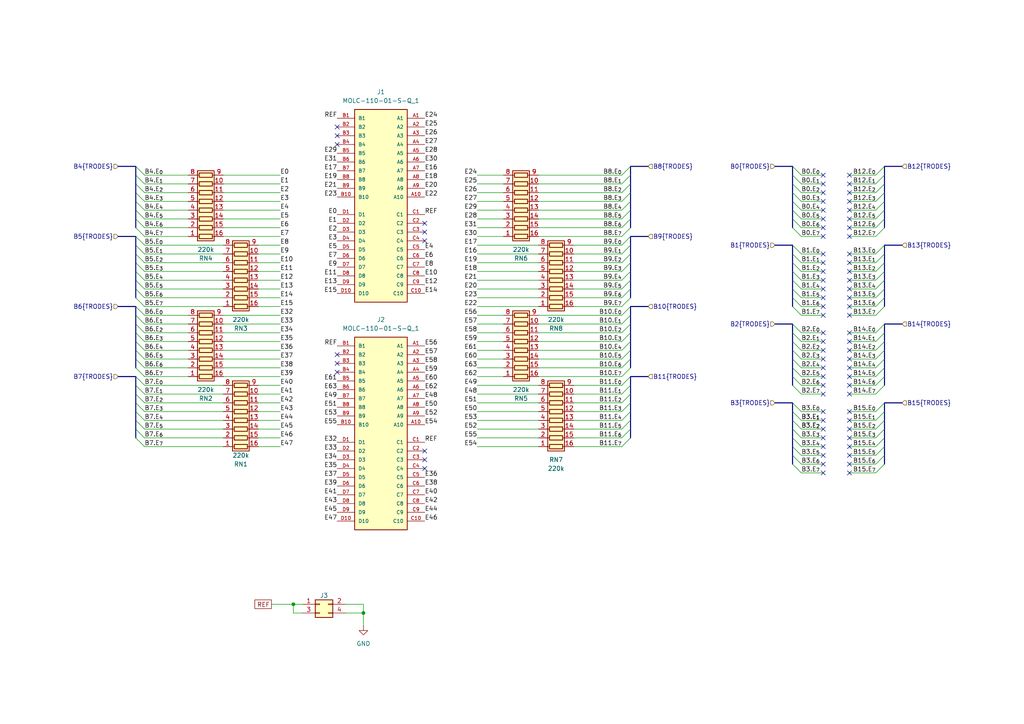
<source format=kicad_sch>
(kicad_sch (version 20250114) (generator "eeschema") (generator_version "9.0")
  (paper "A4")
  (title_block (title "Ephys Test Module - 64 Channel (MOLC)") (rev "B") (company "Open Ephys, Inc."))
  (lib_symbols
    (symbol "Connector_Generic:Conn_02x02_Odd_Even" (pin_names (offset 1.016) (hide yes))
      (property "Reference" "J" (at 1.27 2.54 0))
      (property "Value" "Conn_02x02_Odd_Even" (at 1.27 -5.08 0))
      (symbol "Conn_02x02_Odd_Even_1_1"
        (rectangle (start -1.27 1.27) (end 3.81 -3.81) (stroke (width 0.254)) (fill (type background)))
        (rectangle (start -1.27 0.127) (end 0 -0.127) (stroke (width 0.1524)))
        (rectangle (start -1.27 -2.413) (end 0 -2.667) (stroke (width 0.1524)))
        (rectangle (start 3.81 0.127) (end 2.54 -0.127) (stroke (width 0.1524)))
        (rectangle (start 3.81 -2.413) (end 2.54 -2.667) (stroke (width 0.1524)))
        (pin passive line (at -5.08 0 0) (length 3.81) (name "Pin_1") (number "1"))
        (pin passive line (at -5.08 -2.54 0) (length 3.81) (name "Pin_3") (number "3"))
        (pin passive line (at 7.62 0 180) (length 3.81) (name "Pin_2") (number "2"))
        (pin passive line (at 7.62 -2.54 180) (length 3.81) (name "Pin_4") (number "4"))
      )
    )
    (symbol "Device:R_Pack08" (pin_names (offset 0) (hide yes))
      (property "Reference" "RN" (at -12.7 0 90))
      (property "Value" "R_Pack08" (at 10.16 0 90))
      (symbol "R_Pack08_0_1"
        (rectangle (start -11.43 -2.413) (end 8.89 2.413) (stroke (width 0.254)) (fill (type background)))
        (rectangle (start -10.795 1.905) (end -9.525 -1.905) (stroke (width 0.254)))
        (polyline (pts (xy -10.16 1.905) (xy -10.16 2.54)))
        (polyline (pts (xy -10.16 -2.54) (xy -10.16 -1.905)))
        (rectangle (start -8.255 1.905) (end -6.985 -1.905) (stroke (width 0.254)))
        (polyline (pts (xy -7.62 1.905) (xy -7.62 2.54)))
        (polyline (pts (xy -7.62 -2.54) (xy -7.62 -1.905)))
        (rectangle (start -5.715 1.905) (end -4.445 -1.905) (stroke (width 0.254)))
        (polyline (pts (xy -5.08 1.905) (xy -5.08 2.54)))
        (polyline (pts (xy -5.08 -2.54) (xy -5.08 -1.905)))
        (rectangle (start -3.175 1.905) (end -1.905 -1.905) (stroke (width 0.254)))
        (polyline (pts (xy -2.54 1.905) (xy -2.54 2.54)))
        (polyline (pts (xy -2.54 -2.54) (xy -2.54 -1.905)))
        (rectangle (start -0.635 1.905) (end 0.635 -1.905) (stroke (width 0.254)))
        (polyline (pts (xy 0 1.905) (xy 0 2.54)))
        (polyline (pts (xy 0 -2.54) (xy 0 -1.905)))
        (rectangle (start 1.905 1.905) (end 3.175 -1.905) (stroke (width 0.254)))
        (polyline (pts (xy 2.54 1.905) (xy 2.54 2.54)))
        (polyline (pts (xy 2.54 -2.54) (xy 2.54 -1.905)))
        (rectangle (start 4.445 1.905) (end 5.715 -1.905) (stroke (width 0.254)))
        (polyline (pts (xy 5.08 1.905) (xy 5.08 2.54)))
        (polyline (pts (xy 5.08 -2.54) (xy 5.08 -1.905)))
        (rectangle (start 6.985 1.905) (end 8.255 -1.905) (stroke (width 0.254)))
        (polyline (pts (xy 7.62 1.905) (xy 7.62 2.54)))
        (polyline (pts (xy 7.62 -2.54) (xy 7.62 -1.905)))
      )
      (symbol "R_Pack08_1_1"
        (pin passive line (at -10.16 5.08 270) (length 2.54) (name "R1.2") (number "16"))
        (pin passive line (at -10.16 -5.08 90) (length 2.54) (name "R1.1") (number "1"))
        (pin passive line (at -7.62 5.08 270) (length 2.54) (name "R2.2") (number "15"))
        (pin passive line (at -7.62 -5.08 90) (length 2.54) (name "R2.1") (number "2"))
        (pin passive line (at -5.08 5.08 270) (length 2.54) (name "R3.2") (number "14"))
        (pin passive line (at -5.08 -5.08 90) (length 2.54) (name "R3.1") (number "3"))
        (pin passive line (at -2.54 5.08 270) (length 2.54) (name "R4.2") (number "13"))
        (pin passive line (at -2.54 -5.08 90) (length 2.54) (name "R4.1") (number "4"))
        (pin passive line (at 0 5.08 270) (length 2.54) (name "R5.2") (number "12"))
        (pin passive line (at 0 -5.08 90) (length 2.54) (name "R5.1") (number "5"))
        (pin passive line (at 2.54 5.08 270) (length 2.54) (name "R6.2") (number "11"))
        (pin passive line (at 2.54 -5.08 90) (length 2.54) (name "R6.1") (number "6"))
        (pin passive line (at 5.08 5.08 270) (length 2.54) (name "R7.2") (number "10"))
        (pin passive line (at 5.08 -5.08 90) (length 2.54) (name "R7.1") (number "7"))
        (pin passive line (at 7.62 5.08 270) (length 2.54) (name "R8.2") (number "9"))
        (pin passive line (at 7.62 -5.08 90) (length 2.54) (name "R8.1") (number "8"))
      )
    )
    (symbol "jonnew:xOLC-110-01-S-Q_1" (pin_names (offset 1.016))
      (property "Reference" "J" (at -8.128 29.0576 0))
      (property "Value" "xOLC-110-01-S-Q_1" (at -7.62 -30.48 0))
      (symbol "xOLC-110-01-S-Q_1_0_0"
        (rectangle (start -7.62 -27.94) (end 7.62 27.94) (stroke (width 0.254)) (fill (type background)))
        (pin passive line (at -12.7 25.4 0) (length 5.08) (name "A1") (number "A1"))
        (pin passive line (at -12.7 22.86 0) (length 5.08) (name "A2") (number "A2"))
        (pin passive line (at -12.7 20.32 0) (length 5.08) (name "A3") (number "A3"))
        (pin passive line (at -12.7 17.78 0) (length 5.08) (name "A4") (number "A4"))
        (pin passive line (at -12.7 15.24 0) (length 5.08) (name "A5") (number "A5"))
        (pin passive line (at -12.7 12.7 0) (length 5.08) (name "A6") (number "A6"))
        (pin passive line (at -12.7 10.16 0) (length 5.08) (name "A7") (number "A7"))
        (pin passive line (at -12.7 7.62 0) (length 5.08) (name "A8") (number "A8"))
        (pin passive line (at -12.7 5.08 0) (length 5.08) (name "A9") (number "A9"))
        (pin passive line (at -12.7 2.54 0) (length 5.08) (name "A10") (number "A10"))
        (pin passive line (at -12.7 -2.54 0) (length 5.08) (name "C1") (number "C1"))
        (pin passive line (at -12.7 -5.08 0) (length 5.08) (name "C2") (number "C2"))
        (pin passive line (at -12.7 -7.62 0) (length 5.08) (name "C3") (number "C3"))
        (pin passive line (at -12.7 -10.16 0) (length 5.08) (name "C4") (number "C4"))
        (pin passive line (at -12.7 -12.7 0) (length 5.08) (name "C5") (number "C5"))
        (pin passive line (at -12.7 -15.24 0) (length 5.08) (name "C6") (number "C6"))
        (pin passive line (at -12.7 -17.78 0) (length 5.08) (name "C7") (number "C7"))
        (pin passive line (at -12.7 -20.32 0) (length 5.08) (name "C8") (number "C8"))
        (pin passive line (at -12.7 -22.86 0) (length 5.08) (name "C9") (number "C9"))
        (pin passive line (at -12.7 -25.4 0) (length 5.08) (name "C10") (number "C10"))
        (pin passive line (at 12.7 25.4 180) (length 5.08) (name "B1") (number "B1"))
        (pin passive line (at 12.7 22.86 180) (length 5.08) (name "B2") (number "B2"))
        (pin passive line (at 12.7 20.32 180) (length 5.08) (name "B3") (number "B3"))
        (pin passive line (at 12.7 17.78 180) (length 5.08) (name "B4") (number "B4"))
        (pin passive line (at 12.7 15.24 180) (length 5.08) (name "B5") (number "B5"))
        (pin passive line (at 12.7 12.7 180) (length 5.08) (name "B6") (number "B6"))
        (pin passive line (at 12.7 10.16 180) (length 5.08) (name "B7") (number "B7"))
        (pin passive line (at 12.7 7.62 180) (length 5.08) (name "B8") (number "B8"))
        (pin passive line (at 12.7 5.08 180) (length 5.08) (name "B9") (number "B9"))
        (pin passive line (at 12.7 2.54 180) (length 5.08) (name "B10") (number "B10"))
        (pin passive line (at 12.7 -2.54 180) (length 5.08) (name "D1") (number "D1"))
        (pin passive line (at 12.7 -5.08 180) (length 5.08) (name "D2") (number "D2"))
        (pin passive line (at 12.7 -7.62 180) (length 5.08) (name "D3") (number "D3"))
        (pin passive line (at 12.7 -10.16 180) (length 5.08) (name "D4") (number "D4"))
        (pin passive line (at 12.7 -12.7 180) (length 5.08) (name "D5") (number "D5"))
        (pin passive line (at 12.7 -15.24 180) (length 5.08) (name "D6") (number "D6"))
        (pin passive line (at 12.7 -17.78 180) (length 5.08) (name "D7") (number "D7"))
        (pin passive line (at 12.7 -20.32 180) (length 5.08) (name "D8") (number "D8"))
        (pin passive line (at 12.7 -22.86 180) (length 5.08) (name "D9") (number "D9"))
        (pin passive line (at 12.7 -25.4 180) (length 5.08) (name "D10") (number "D10"))
      )
    )
    (symbol "power:GND" (power) (pin_numbers (hide yes)) (pin_names (offset 0) (hide yes))
      (property "Value" "GND" (at 0 -3.81 0))
      (symbol "GND_0_1"
        (polyline (pts (xy 0 0) (xy 0 -1.27) (xy 1.27 -1.27) (xy 0 -2.54) (xy -1.27 -1.27) (xy 0 -1.27)))
      )
      (symbol "GND_1_1"
        (pin power_in line (at 0 0 270) (length 0) (name "~") (number "1"))
      )
    )
  )
  (junction (at 85.09 175.26))
  (junction (at 105.41 177.8))
  (no_connect (at 238.76 129.54))
  (no_connect (at 238.76 137.16))
  (no_connect (at 246.38 53.34))
  (no_connect (at 246.38 50.8))
  (no_connect (at 246.38 60.96))
  (no_connect (at 123.19 135.89))
  (no_connect (at 238.76 106.68))
  (no_connect (at 238.76 88.9))
  (no_connect (at 246.38 63.5))
  (no_connect (at 238.76 86.36))
  (no_connect (at 246.38 88.9))
  (no_connect (at 238.76 124.46))
  (no_connect (at 238.76 121.92))
  (no_connect (at 238.76 132.08))
  (no_connect (at 238.76 60.96))
  (no_connect (at 246.38 55.88))
  (no_connect (at 246.38 78.74))
  (no_connect (at 246.38 106.68))
  (no_connect (at 238.76 96.52))
  (no_connect (at 246.38 104.14))
  (no_connect (at 238.76 76.2))
  (no_connect (at 246.38 58.42))
  (no_connect (at 246.38 91.44))
  (no_connect (at 246.38 132.08))
  (no_connect (at 97.79 102.87))
  (no_connect (at 97.79 107.95))
  (no_connect (at 238.76 119.38))
  (no_connect (at 246.38 114.3))
  (no_connect (at 246.38 81.28))
  (no_connect (at 123.19 133.35))
  (no_connect (at 123.19 69.85))
  (no_connect (at 246.38 127))
  (no_connect (at 238.76 68.58))
  (no_connect (at 97.79 39.37))
  (no_connect (at 238.76 134.62))
  (no_connect (at 246.38 119.38))
  (no_connect (at 246.38 134.62))
  (no_connect (at 246.38 86.36))
  (no_connect (at 123.19 64.77))
  (no_connect (at 238.76 114.3))
  (no_connect (at 97.79 36.83))
  (no_connect (at 238.76 109.22))
  (no_connect (at 97.79 41.91))
  (no_connect (at 238.76 99.06))
  (no_connect (at 238.76 53.34))
  (no_connect (at 238.76 101.6))
  (no_connect (at 246.38 66.04))
  (no_connect (at 238.76 91.44))
  (no_connect (at 238.76 81.28))
  (no_connect (at 246.38 137.16))
  (no_connect (at 246.38 83.82))
  (no_connect (at 238.76 83.82))
  (no_connect (at 123.19 67.31))
  (no_connect (at 246.38 76.2))
  (no_connect (at 123.19 130.81))
  (no_connect (at 238.76 63.5))
  (no_connect (at 246.38 111.76))
  (no_connect (at 238.76 55.88))
  (no_connect (at 246.38 129.54))
  (no_connect (at 238.76 78.74))
  (no_connect (at 238.76 127))
  (no_connect (at 238.76 50.8))
  (no_connect (at 246.38 109.22))
  (no_connect (at 246.38 96.52))
  (no_connect (at 238.76 58.42))
  (no_connect (at 238.76 73.66))
  (no_connect (at 246.38 68.58))
  (no_connect (at 246.38 101.6))
  (no_connect (at 238.76 111.76))
  (no_connect (at 246.38 124.46))
  (no_connect (at 238.76 104.14))
  (no_connect (at 246.38 73.66))
  (no_connect (at 238.76 66.04))
  (no_connect (at 246.38 99.06))
  (no_connect (at 97.79 105.41))
  (no_connect (at 246.38 121.92))
  (bus_entry (at 39.37 121.92) (size 2.54 2.54))
  (bus_entry (at 39.37 55.88) (size 2.54 2.54))
  (bus_entry (at 229.87 76.2) (size 2.54 2.54))
  (bus_entry (at 39.37 93.98) (size 2.54 2.54))
  (bus_entry (at 229.87 132.08) (size 2.54 2.54))
  (bus_entry (at 256.54 63.5) (size -2.54 2.54))
  (bus_entry (at 229.87 60.96) (size 2.54 2.54))
  (bus_entry (at 229.87 53.34) (size 2.54 2.54))
  (bus_entry (at 182.88 78.74) (size -2.54 2.54))
  (bus_entry (at 229.87 119.38) (size 2.54 2.54))
  (bus_entry (at 229.87 104.14) (size 2.54 2.54))
  (bus_entry (at 229.87 81.28) (size 2.54 2.54))
  (bus_entry (at 182.88 106.68) (size -2.54 2.54))
  (bus_entry (at 39.37 114.3) (size 2.54 2.54))
  (bus_entry (at 182.88 124.46) (size -2.54 2.54))
  (bus_entry (at 182.88 127) (size -2.54 2.54))
  (bus_entry (at 229.87 66.04) (size 2.54 2.54))
  (bus_entry (at 39.37 68.58) (size 2.54 2.54))
  (bus_entry (at 39.37 76.2) (size 2.54 2.54))
  (bus_entry (at 182.88 93.98) (size -2.54 2.54))
  (bus_entry (at 256.54 124.46) (size -2.54 2.54))
  (bus_entry (at 256.54 132.08) (size -2.54 2.54))
  (bus_entry (at 229.87 86.36) (size 2.54 2.54))
  (bus_entry (at 256.54 50.8) (size -2.54 2.54))
  (bus_entry (at 256.54 109.22) (size -2.54 2.54))
  (bus_entry (at 182.88 66.04) (size -2.54 2.54))
  (bus_entry (at 182.88 104.14) (size -2.54 2.54))
  (bus_entry (at 256.54 78.74) (size -2.54 2.54))
  (bus_entry (at 256.54 99.06) (size -2.54 2.54))
  (bus_entry (at 182.88 48.26) (size -2.54 2.54))
  (bus_entry (at 39.37 109.22) (size 2.54 2.54))
  (bus_entry (at 182.88 58.42) (size -2.54 2.54))
  (bus_entry (at 256.54 119.38) (size -2.54 2.54))
  (bus_entry (at 229.87 99.06) (size 2.54 2.54))
  (bus_entry (at 256.54 101.6) (size -2.54 2.54))
  (bus_entry (at 229.87 106.68) (size 2.54 2.54))
  (bus_entry (at 39.37 73.66) (size 2.54 2.54))
  (bus_entry (at 182.88 60.96) (size -2.54 2.54))
  (bus_entry (at 182.88 109.22) (size -2.54 2.54))
  (bus_entry (at 256.54 121.92) (size -2.54 2.54))
  (bus_entry (at 182.88 55.88) (size -2.54 2.54))
  (bus_entry (at 182.88 121.92) (size -2.54 2.54))
  (bus_entry (at 39.37 127) (size 2.54 2.54))
  (bus_entry (at 229.87 71.12) (size 2.54 2.54))
  (bus_entry (at 256.54 111.76) (size -2.54 2.54))
  (bus_entry (at 39.37 106.68) (size 2.54 2.54))
  (bus_entry (at 256.54 129.54) (size -2.54 2.54))
  (bus_entry (at 182.88 53.34) (size -2.54 2.54))
  (bus_entry (at 39.37 81.28) (size 2.54 2.54))
  (bus_entry (at 256.54 134.62) (size -2.54 2.54))
  (bus_entry (at 39.37 78.74) (size 2.54 2.54))
  (bus_entry (at 182.88 81.28) (size -2.54 2.54))
  (bus_entry (at 39.37 50.8) (size 2.54 2.54))
  (bus_entry (at 39.37 104.14) (size 2.54 2.54))
  (bus_entry (at 182.88 91.44) (size -2.54 2.54))
  (bus_entry (at 256.54 127) (size -2.54 2.54))
  (bus_entry (at 39.37 63.5) (size 2.54 2.54))
  (bus_entry (at 39.37 91.44) (size 2.54 2.54))
  (bus_entry (at 229.87 129.54) (size 2.54 2.54))
  (bus_entry (at 229.87 134.62) (size 2.54 2.54))
  (bus_entry (at 229.87 58.42) (size 2.54 2.54))
  (bus_entry (at 39.37 53.34) (size 2.54 2.54))
  (bus_entry (at 229.87 124.46) (size 2.54 2.54))
  (bus_entry (at 229.87 50.8) (size 2.54 2.54))
  (bus_entry (at 256.54 71.12) (size -2.54 2.54))
  (bus_entry (at 39.37 119.38) (size 2.54 2.54))
  (bus_entry (at 182.88 111.76) (size -2.54 2.54))
  (bus_entry (at 182.88 86.36) (size -2.54 2.54))
  (bus_entry (at 256.54 48.26) (size -2.54 2.54))
  (bus_entry (at 39.37 66.04) (size 2.54 2.54))
  (bus_entry (at 229.87 48.26) (size 2.54 2.54))
  (bus_entry (at 39.37 48.26) (size 2.54 2.54))
  (bus_entry (at 229.87 93.98) (size 2.54 2.54))
  (bus_entry (at 229.87 88.9) (size 2.54 2.54))
  (bus_entry (at 182.88 71.12) (size -2.54 2.54))
  (bus_entry (at 182.88 50.8) (size -2.54 2.54))
  (bus_entry (at 39.37 88.9) (size 2.54 2.54))
  (bus_entry (at 229.87 78.74) (size 2.54 2.54))
  (bus_entry (at 39.37 96.52) (size 2.54 2.54))
  (bus_entry (at 256.54 93.98) (size -2.54 2.54))
  (bus_entry (at 182.88 73.66) (size -2.54 2.54))
  (bus_entry (at 256.54 88.9) (size -2.54 2.54))
  (bus_entry (at 256.54 104.14) (size -2.54 2.54))
  (bus_entry (at 256.54 81.28) (size -2.54 2.54))
  (bus_entry (at 256.54 58.42) (size -2.54 2.54))
  (bus_entry (at 229.87 101.6) (size 2.54 2.54))
  (bus_entry (at 229.87 109.22) (size 2.54 2.54))
  (bus_entry (at 256.54 106.68) (size -2.54 2.54))
  (bus_entry (at 256.54 60.96) (size -2.54 2.54))
  (bus_entry (at 39.37 124.46) (size 2.54 2.54))
  (bus_entry (at 39.37 71.12) (size 2.54 2.54))
  (bus_entry (at 229.87 83.82) (size 2.54 2.54))
  (bus_entry (at 182.88 68.58) (size -2.54 2.54))
  (bus_entry (at 182.88 88.9) (size -2.54 2.54))
  (bus_entry (at 256.54 55.88) (size -2.54 2.54))
  (bus_entry (at 229.87 96.52) (size 2.54 2.54))
  (bus_entry (at 182.88 96.52) (size -2.54 2.54))
  (bus_entry (at 229.87 121.92) (size 2.54 2.54))
  (bus_entry (at 39.37 101.6) (size 2.54 2.54))
  (bus_entry (at 182.88 76.2) (size -2.54 2.54))
  (bus_entry (at 229.87 116.84) (size 2.54 2.54))
  (bus_entry (at 256.54 76.2) (size -2.54 2.54))
  (bus_entry (at 229.87 73.66) (size 2.54 2.54))
  (bus_entry (at 39.37 58.42) (size 2.54 2.54))
  (bus_entry (at 39.37 99.06) (size 2.54 2.54))
  (bus_entry (at 229.87 127) (size 2.54 2.54))
  (bus_entry (at 256.54 96.52) (size -2.54 2.54))
  (bus_entry (at 39.37 83.82) (size 2.54 2.54))
  (bus_entry (at 39.37 60.96) (size 2.54 2.54))
  (bus_entry (at 182.88 99.06) (size -2.54 2.54))
  (bus_entry (at 256.54 86.36) (size -2.54 2.54))
  (bus_entry (at 39.37 86.36) (size 2.54 2.54))
  (bus_entry (at 182.88 114.3) (size -2.54 2.54))
  (bus_entry (at 256.54 66.04) (size -2.54 2.54))
  (bus_entry (at 256.54 73.66) (size -2.54 2.54))
  (bus_entry (at 182.88 116.84) (size -2.54 2.54))
  (bus_entry (at 256.54 116.84) (size -2.54 2.54))
  (bus_entry (at 182.88 101.6) (size -2.54 2.54))
  (bus_entry (at 39.37 116.84) (size 2.54 2.54))
  (bus_entry (at 182.88 119.38) (size -2.54 2.54))
  (bus_entry (at 39.37 111.76) (size 2.54 2.54))
  (bus_entry (at 182.88 63.5) (size -2.54 2.54))
  (bus_entry (at 182.88 83.82) (size -2.54 2.54))
  (bus_entry (at 256.54 83.82) (size -2.54 2.54))
  (bus_entry (at 229.87 63.5) (size 2.54 2.54))
  (bus_entry (at 229.87 111.76) (size 2.54 2.54))
  (bus_entry (at 229.87 55.88) (size 2.54 2.54))
  (bus_entry (at 256.54 53.34) (size -2.54 2.54))
  (wire (pts (xy 138.43 76.2) (xy 156.21 76.2)))
  (wire (pts (xy 156.21 58.42) (xy 180.34 58.42)))
  (bus (pts (xy 229.87 81.28) (xy 229.87 83.82)))
  (wire (pts (xy 138.43 50.8) (xy 146.05 50.8)))
  (bus (pts (xy 261.62 48.26) (xy 256.54 48.26)))
  (bus (pts (xy 187.96 109.22) (xy 182.88 109.22)))
  (wire (pts (xy 41.91 76.2) (xy 64.77 76.2)))
  (bus (pts (xy 182.88 63.5) (xy 182.88 66.04)))
  (bus (pts (xy 39.37 48.26) (xy 39.37 50.8)))
  (bus (pts (xy 39.37 60.96) (xy 39.37 63.5)))
  (bus (pts (xy 39.37 68.58) (xy 39.37 71.12)))
  (wire (pts (xy 41.91 119.38) (xy 64.77 119.38)))
  (wire (pts (xy 74.93 121.92) (xy 81.28 121.92)))
  (bus (pts (xy 229.87 83.82) (xy 229.87 86.36)))
  (bus (pts (xy 256.54 76.2) (xy 256.54 78.74)))
  (wire (pts (xy 232.41 119.38) (xy 238.76 119.38)))
  (wire (pts (xy 64.77 58.42) (xy 81.28 58.42)))
  (wire (pts (xy 64.77 60.96) (xy 81.28 60.96)))
  (wire (pts (xy 232.41 96.52) (xy 238.76 96.52)))
  (wire (pts (xy 246.38 104.14) (xy 254 104.14)))
  (bus (pts (xy 39.37 71.12) (xy 39.37 73.66)))
  (bus (pts (xy 256.54 106.68) (xy 256.54 109.22)))
  (wire (pts (xy 232.41 60.96) (xy 238.76 60.96)))
  (bus (pts (xy 182.88 111.76) (xy 182.88 114.3)))
  (wire (pts (xy 232.41 132.08) (xy 238.76 132.08)))
  (wire (pts (xy 156.21 101.6) (xy 180.34 101.6)))
  (wire (pts (xy 246.38 88.9) (xy 254 88.9)))
  (bus (pts (xy 39.37 121.92) (xy 39.37 124.46)))
  (wire (pts (xy 232.41 137.16) (xy 238.76 137.16)))
  (wire (pts (xy 138.43 66.04) (xy 146.05 66.04)))
  (wire (pts (xy 232.41 55.88) (xy 238.76 55.88)))
  (wire (pts (xy 74.93 81.28) (xy 81.28 81.28)))
  (bus (pts (xy 229.87 124.46) (xy 229.87 127)))
  (bus (pts (xy 229.87 99.06) (xy 229.87 101.6)))
  (wire (pts (xy 156.21 60.96) (xy 180.34 60.96)))
  (bus (pts (xy 256.54 63.5) (xy 256.54 66.04)))
  (wire (pts (xy 156.21 66.04) (xy 180.34 66.04)))
  (bus (pts (xy 182.88 124.46) (xy 182.88 127)))
  (wire (pts (xy 156.21 93.98) (xy 180.34 93.98)))
  (wire (pts (xy 74.93 124.46) (xy 81.28 124.46)))
  (bus (pts (xy 182.88 73.66) (xy 182.88 76.2)))
  (bus (pts (xy 229.87 76.2) (xy 229.87 78.74)))
  (bus (pts (xy 256.54 53.34) (xy 256.54 55.88)))
  (bus (pts (xy 229.87 116.84) (xy 229.87 119.38)))
  (wire (pts (xy 64.77 53.34) (xy 81.28 53.34)))
  (bus (pts (xy 256.54 48.26) (xy 256.54 50.8)))
  (wire (pts (xy 166.37 116.84) (xy 180.34 116.84)))
  (wire (pts (xy 41.91 106.68) (xy 54.61 106.68)))
  (wire (pts (xy 78.74 175.26) (xy 85.09 175.26)))
  (wire (pts (xy 41.91 88.9) (xy 64.77 88.9)))
  (wire (pts (xy 232.41 111.76) (xy 238.76 111.76)))
  (bus (pts (xy 256.54 93.98) (xy 256.54 96.52)))
  (wire (pts (xy 232.41 114.3) (xy 238.76 114.3)))
  (wire (pts (xy 138.43 86.36) (xy 156.21 86.36)))
  (wire (pts (xy 138.43 101.6) (xy 146.05 101.6)))
  (wire (pts (xy 74.93 127) (xy 81.28 127)))
  (bus (pts (xy 229.87 86.36) (xy 229.87 88.9)))
  (wire (pts (xy 41.91 99.06) (xy 54.61 99.06)))
  (wire (pts (xy 138.43 53.34) (xy 146.05 53.34)))
  (wire (pts (xy 64.77 68.58) (xy 81.28 68.58)))
  (bus (pts (xy 256.54 81.28) (xy 256.54 83.82)))
  (bus (pts (xy 39.37 78.74) (xy 39.37 81.28)))
  (wire (pts (xy 74.93 129.54) (xy 81.28 129.54)))
  (wire (pts (xy 64.77 63.5) (xy 81.28 63.5)))
  (wire (pts (xy 232.41 76.2) (xy 238.76 76.2)))
  (wire (pts (xy 246.38 68.58) (xy 254 68.58)))
  (bus (pts (xy 256.54 127) (xy 256.54 129.54)))
  (wire (pts (xy 156.21 50.8) (xy 180.34 50.8)))
  (wire (pts (xy 166.37 119.38) (xy 180.34 119.38)))
  (wire (pts (xy 64.77 91.44) (xy 81.28 91.44)))
  (wire (pts (xy 246.38 121.92) (xy 254 121.92)))
  (wire (pts (xy 156.21 106.68) (xy 180.34 106.68)))
  (wire (pts (xy 41.91 111.76) (xy 64.77 111.76)))
  (bus (pts (xy 256.54 58.42) (xy 256.54 60.96)))
  (bus (pts (xy 229.87 55.88) (xy 229.87 58.42)))
  (bus (pts (xy 256.54 129.54) (xy 256.54 132.08)))
  (wire (pts (xy 246.38 119.38) (xy 254 119.38)))
  (wire (pts (xy 166.37 124.46) (xy 180.34 124.46)))
  (wire (pts (xy 156.21 91.44) (xy 180.34 91.44)))
  (bus (pts (xy 182.88 58.42) (xy 182.88 60.96)))
  (wire (pts (xy 41.91 93.98) (xy 54.61 93.98)))
  (bus (pts (xy 182.88 121.92) (xy 182.88 124.46)))
  (wire (pts (xy 74.93 73.66) (xy 81.28 73.66)))
  (wire (pts (xy 232.41 91.44) (xy 238.76 91.44)))
  (wire (pts (xy 138.43 93.98) (xy 146.05 93.98)))
  (wire (pts (xy 246.38 137.16) (xy 254 137.16)))
  (wire (pts (xy 232.41 81.28) (xy 238.76 81.28)))
  (wire (pts (xy 41.91 68.58) (xy 54.61 68.58)))
  (bus (pts (xy 229.87 93.98) (xy 229.87 96.52)))
  (wire (pts (xy 246.38 109.22) (xy 254 109.22)))
  (wire (pts (xy 232.41 73.66) (xy 238.76 73.66)))
  (bus (pts (xy 256.54 83.82) (xy 256.54 86.36)))
  (wire (pts (xy 85.09 177.8) (xy 85.09 175.26)))
  (wire (pts (xy 138.43 121.92) (xy 156.21 121.92)))
  (bus (pts (xy 182.88 78.74) (xy 182.88 81.28)))
  (wire (pts (xy 41.91 86.36) (xy 64.77 86.36)))
  (bus (pts (xy 256.54 55.88) (xy 256.54 58.42)))
  (wire (pts (xy 138.43 119.38) (xy 156.21 119.38)))
  (wire (pts (xy 41.91 66.04) (xy 54.61 66.04)))
  (wire (pts (xy 138.43 129.54) (xy 156.21 129.54)))
  (wire (pts (xy 64.77 104.14) (xy 81.28 104.14)))
  (bus (pts (xy 256.54 99.06) (xy 256.54 101.6)))
  (bus (pts (xy 229.87 78.74) (xy 229.87 81.28)))
  (bus (pts (xy 182.88 81.28) (xy 182.88 83.82)))
  (wire (pts (xy 138.43 55.88) (xy 146.05 55.88)))
  (wire (pts (xy 138.43 88.9) (xy 156.21 88.9)))
  (wire (pts (xy 156.21 53.34) (xy 180.34 53.34)))
  (wire (pts (xy 232.41 109.22) (xy 238.76 109.22)))
  (bus (pts (xy 182.88 55.88) (xy 182.88 58.42)))
  (wire (pts (xy 100.33 175.26) (xy 105.41 175.26)))
  (wire (pts (xy 246.38 73.66) (xy 254 73.66)))
  (wire (pts (xy 138.43 104.14) (xy 146.05 104.14)))
  (bus (pts (xy 256.54 116.84) (xy 256.54 119.38)))
  (bus (pts (xy 39.37 81.28) (xy 39.37 83.82)))
  (bus (pts (xy 229.87 58.42) (xy 229.87 60.96)))
  (bus (pts (xy 224.79 48.26) (xy 229.87 48.26)))
  (wire (pts (xy 64.77 55.88) (xy 81.28 55.88)))
  (bus (pts (xy 34.29 68.58) (xy 39.37 68.58)))
  (wire (pts (xy 232.41 127) (xy 238.76 127)))
  (wire (pts (xy 138.43 106.68) (xy 146.05 106.68)))
  (wire (pts (xy 138.43 116.84) (xy 156.21 116.84)))
  (wire (pts (xy 232.41 58.42) (xy 238.76 58.42)))
  (bus (pts (xy 182.88 76.2) (xy 182.88 78.74)))
  (wire (pts (xy 246.38 66.04) (xy 254 66.04)))
  (bus (pts (xy 182.88 109.22) (xy 182.88 111.76)))
  (wire (pts (xy 64.77 109.22) (xy 81.28 109.22)))
  (bus (pts (xy 256.54 132.08) (xy 256.54 134.62)))
  (bus (pts (xy 261.62 93.98) (xy 256.54 93.98)))
  (wire (pts (xy 246.38 81.28) (xy 254 81.28)))
  (bus (pts (xy 39.37 55.88) (xy 39.37 58.42)))
  (wire (pts (xy 246.38 53.34) (xy 254 53.34)))
  (bus (pts (xy 256.54 60.96) (xy 256.54 63.5)))
  (wire (pts (xy 246.38 86.36) (xy 254 86.36)))
  (bus (pts (xy 182.88 101.6) (xy 182.88 104.14)))
  (wire (pts (xy 105.41 175.26) (xy 105.41 177.8)))
  (bus (pts (xy 229.87 73.66) (xy 229.87 76.2)))
  (wire (pts (xy 74.93 83.82) (xy 81.28 83.82)))
  (wire (pts (xy 138.43 81.28) (xy 156.21 81.28)))
  (bus (pts (xy 182.88 116.84) (xy 182.88 119.38)))
  (wire (pts (xy 232.41 66.04) (xy 238.76 66.04)))
  (bus (pts (xy 39.37 50.8) (xy 39.37 53.34)))
  (bus (pts (xy 256.54 86.36) (xy 256.54 88.9)))
  (bus (pts (xy 261.62 71.12) (xy 256.54 71.12)))
  (bus (pts (xy 34.29 109.22) (xy 39.37 109.22)))
  (bus (pts (xy 229.87 60.96) (xy 229.87 63.5)))
  (wire (pts (xy 64.77 99.06) (xy 81.28 99.06)))
  (bus (pts (xy 229.87 71.12) (xy 229.87 73.66)))
  (bus (pts (xy 182.88 88.9) (xy 182.88 91.44)))
  (wire (pts (xy 166.37 129.54) (xy 180.34 129.54)))
  (wire (pts (xy 41.91 73.66) (xy 64.77 73.66)))
  (bus (pts (xy 39.37 114.3) (xy 39.37 116.84)))
  (wire (pts (xy 166.37 127) (xy 180.34 127)))
  (bus (pts (xy 261.62 116.84) (xy 256.54 116.84)))
  (wire (pts (xy 64.77 106.68) (xy 81.28 106.68)))
  (wire (pts (xy 41.91 104.14) (xy 54.61 104.14)))
  (bus (pts (xy 182.88 68.58) (xy 182.88 71.12)))
  (bus (pts (xy 182.88 104.14) (xy 182.88 106.68)))
  (wire (pts (xy 166.37 111.76) (xy 180.34 111.76)))
  (bus (pts (xy 229.87 127) (xy 229.87 129.54)))
  (bus (pts (xy 39.37 73.66) (xy 39.37 76.2)))
  (wire (pts (xy 74.93 86.36) (xy 81.28 86.36)))
  (bus (pts (xy 39.37 53.34) (xy 39.37 55.88)))
  (wire (pts (xy 156.21 109.22) (xy 180.34 109.22)))
  (wire (pts (xy 156.21 96.52) (xy 180.34 96.52)))
  (wire (pts (xy 41.91 55.88) (xy 54.61 55.88)))
  (wire (pts (xy 166.37 114.3) (xy 180.34 114.3)))
  (bus (pts (xy 182.88 48.26) (xy 182.88 50.8)))
  (bus (pts (xy 256.54 104.14) (xy 256.54 106.68)))
  (bus (pts (xy 39.37 101.6) (xy 39.37 104.14)))
  (bus (pts (xy 229.87 101.6) (xy 229.87 104.14)))
  (bus (pts (xy 182.88 53.34) (xy 182.88 55.88)))
  (wire (pts (xy 246.38 91.44) (xy 254 91.44)))
  (wire (pts (xy 41.91 96.52) (xy 54.61 96.52)))
  (wire (pts (xy 64.77 93.98) (xy 81.28 93.98)))
  (wire (pts (xy 246.38 114.3) (xy 254 114.3)))
  (bus (pts (xy 39.37 119.38) (xy 39.37 121.92)))
  (wire (pts (xy 74.93 111.76) (xy 81.28 111.76)))
  (wire (pts (xy 74.93 78.74) (xy 81.28 78.74)))
  (bus (pts (xy 39.37 83.82) (xy 39.37 86.36)))
  (bus (pts (xy 224.79 116.84) (xy 229.87 116.84)))
  (wire (pts (xy 87.63 177.8) (xy 85.09 177.8)))
  (wire (pts (xy 74.93 76.2) (xy 81.28 76.2)))
  (bus (pts (xy 182.88 93.98) (xy 182.88 96.52)))
  (wire (pts (xy 85.09 175.26) (xy 87.63 175.26)))
  (wire (pts (xy 64.77 96.52) (xy 81.28 96.52)))
  (wire (pts (xy 232.41 63.5) (xy 238.76 63.5)))
  (bus (pts (xy 182.88 114.3) (xy 182.88 116.84)))
  (wire (pts (xy 138.43 68.58) (xy 146.05 68.58)))
  (wire (pts (xy 166.37 81.28) (xy 180.34 81.28)))
  (wire (pts (xy 166.37 88.9) (xy 180.34 88.9)))
  (wire (pts (xy 138.43 111.76) (xy 156.21 111.76)))
  (wire (pts (xy 41.91 81.28) (xy 64.77 81.28)))
  (bus (pts (xy 182.88 96.52) (xy 182.88 99.06)))
  (wire (pts (xy 246.38 63.5) (xy 254 63.5)))
  (bus (pts (xy 229.87 104.14) (xy 229.87 106.68)))
  (bus (pts (xy 39.37 124.46) (xy 39.37 127)))
  (wire (pts (xy 41.91 78.74) (xy 64.77 78.74)))
  (wire (pts (xy 138.43 63.5) (xy 146.05 63.5)))
  (wire (pts (xy 41.91 63.5) (xy 54.61 63.5)))
  (wire (pts (xy 138.43 99.06) (xy 146.05 99.06)))
  (wire (pts (xy 232.41 134.62) (xy 238.76 134.62)))
  (wire (pts (xy 246.38 55.88) (xy 254 55.88)))
  (bus (pts (xy 256.54 119.38) (xy 256.54 121.92)))
  (wire (pts (xy 41.91 71.12) (xy 64.77 71.12)))
  (wire (pts (xy 64.77 101.6) (xy 81.28 101.6)))
  (bus (pts (xy 229.87 119.38) (xy 229.87 121.92)))
  (wire (pts (xy 232.41 99.06) (xy 238.76 99.06)))
  (bus (pts (xy 187.96 88.9) (xy 182.88 88.9)))
  (wire (pts (xy 41.91 129.54) (xy 64.77 129.54)))
  (wire (pts (xy 156.21 68.58) (xy 180.34 68.58)))
  (bus (pts (xy 229.87 109.22) (xy 229.87 111.76)))
  (wire (pts (xy 232.41 121.92) (xy 238.76 121.92)))
  (wire (pts (xy 232.41 78.74) (xy 238.76 78.74)))
  (wire (pts (xy 156.21 104.14) (xy 180.34 104.14)))
  (bus (pts (xy 256.54 96.52) (xy 256.54 99.06)))
  (bus (pts (xy 34.29 48.26) (xy 39.37 48.26)))
  (wire (pts (xy 138.43 96.52) (xy 146.05 96.52)))
  (wire (pts (xy 166.37 83.82) (xy 180.34 83.82)))
  (wire (pts (xy 246.38 99.06) (xy 254 99.06)))
  (wire (pts (xy 246.38 76.2) (xy 254 76.2)))
  (bus (pts (xy 39.37 109.22) (xy 39.37 111.76)))
  (wire (pts (xy 232.41 88.9) (xy 238.76 88.9)))
  (bus (pts (xy 229.87 121.92) (xy 229.87 124.46)))
  (bus (pts (xy 182.88 50.8) (xy 182.88 53.34)))
  (bus (pts (xy 256.54 109.22) (xy 256.54 111.76)))
  (wire (pts (xy 41.91 114.3) (xy 64.77 114.3)))
  (bus (pts (xy 256.54 73.66) (xy 256.54 76.2)))
  (wire (pts (xy 166.37 78.74) (xy 180.34 78.74)))
  (wire (pts (xy 138.43 124.46) (xy 156.21 124.46)))
  (bus (pts (xy 39.37 116.84) (xy 39.37 119.38)))
  (bus (pts (xy 182.88 119.38) (xy 182.88 121.92)))
  (wire (pts (xy 41.91 124.46) (xy 64.77 124.46)))
  (bus (pts (xy 229.87 50.8) (xy 229.87 53.34)))
  (bus (pts (xy 39.37 88.9) (xy 39.37 91.44)))
  (bus (pts (xy 229.87 106.68) (xy 229.87 109.22)))
  (wire (pts (xy 138.43 91.44) (xy 146.05 91.44)))
  (wire (pts (xy 156.21 99.06) (xy 180.34 99.06)))
  (wire (pts (xy 138.43 58.42) (xy 146.05 58.42)))
  (wire (pts (xy 156.21 55.88) (xy 180.34 55.88)))
  (wire (pts (xy 138.43 60.96) (xy 146.05 60.96)))
  (bus (pts (xy 256.54 71.12) (xy 256.54 73.66)))
  (bus (pts (xy 229.87 132.08) (xy 229.87 134.62)))
  (bus (pts (xy 39.37 104.14) (xy 39.37 106.68)))
  (bus (pts (xy 229.87 129.54) (xy 229.87 132.08)))
  (wire (pts (xy 232.41 50.8) (xy 238.76 50.8)))
  (bus (pts (xy 182.88 71.12) (xy 182.88 73.66)))
  (wire (pts (xy 41.91 60.96) (xy 54.61 60.96)))
  (wire (pts (xy 41.91 101.6) (xy 54.61 101.6)))
  (bus (pts (xy 39.37 96.52) (xy 39.37 99.06)))
  (wire (pts (xy 232.41 106.68) (xy 238.76 106.68)))
  (wire (pts (xy 41.91 91.44) (xy 54.61 91.44)))
  (bus (pts (xy 256.54 124.46) (xy 256.54 127)))
  (wire (pts (xy 246.38 127) (xy 254 127)))
  (bus (pts (xy 39.37 58.42) (xy 39.37 60.96)))
  (wire (pts (xy 232.41 101.6) (xy 238.76 101.6)))
  (bus (pts (xy 39.37 63.5) (xy 39.37 66.04)))
  (wire (pts (xy 74.93 119.38) (xy 81.28 119.38)))
  (wire (pts (xy 246.38 111.76) (xy 254 111.76)))
  (wire (pts (xy 232.41 83.82) (xy 238.76 83.82)))
  (wire (pts (xy 232.41 124.46) (xy 238.76 124.46)))
  (wire (pts (xy 138.43 78.74) (xy 156.21 78.74)))
  (wire (pts (xy 246.38 78.74) (xy 254 78.74)))
  (bus (pts (xy 256.54 78.74) (xy 256.54 81.28)))
  (wire (pts (xy 166.37 71.12) (xy 180.34 71.12)))
  (wire (pts (xy 232.41 86.36) (xy 238.76 86.36)))
  (wire (pts (xy 166.37 76.2) (xy 180.34 76.2)))
  (bus (pts (xy 256.54 50.8) (xy 256.54 53.34)))
  (wire (pts (xy 166.37 73.66) (xy 180.34 73.66)))
  (wire (pts (xy 138.43 127) (xy 156.21 127)))
  (wire (pts (xy 100.33 177.8) (xy 105.41 177.8)))
  (wire (pts (xy 41.91 58.42) (xy 54.61 58.42)))
  (wire (pts (xy 41.91 127) (xy 64.77 127)))
  (wire (pts (xy 41.91 116.84) (xy 64.77 116.84)))
  (bus (pts (xy 39.37 91.44) (xy 39.37 93.98)))
  (wire (pts (xy 246.38 129.54) (xy 254 129.54)))
  (wire (pts (xy 232.41 68.58) (xy 238.76 68.58)))
  (wire (pts (xy 246.38 60.96) (xy 254 60.96)))
  (wire (pts (xy 41.91 109.22) (xy 54.61 109.22)))
  (bus (pts (xy 229.87 53.34) (xy 229.87 55.88)))
  (bus (pts (xy 182.88 83.82) (xy 182.88 86.36)))
  (wire (pts (xy 41.91 53.34) (xy 54.61 53.34)))
  (bus (pts (xy 187.96 68.58) (xy 182.88 68.58)))
  (bus (pts (xy 256.54 121.92) (xy 256.54 124.46)))
  (bus (pts (xy 224.79 71.12) (xy 229.87 71.12)))
  (bus (pts (xy 39.37 93.98) (xy 39.37 96.52)))
  (bus (pts (xy 39.37 111.76) (xy 39.37 114.3)))
  (bus (pts (xy 229.87 63.5) (xy 229.87 66.04)))
  (bus (pts (xy 256.54 101.6) (xy 256.54 104.14)))
  (bus (pts (xy 229.87 96.52) (xy 229.87 99.06)))
  (wire (pts (xy 156.21 63.5) (xy 180.34 63.5)))
  (wire (pts (xy 138.43 114.3) (xy 156.21 114.3)))
  (wire (pts (xy 246.38 134.62) (xy 254 134.62)))
  (wire (pts (xy 138.43 73.66) (xy 156.21 73.66)))
  (wire (pts (xy 246.38 132.08) (xy 254 132.08)))
  (wire (pts (xy 232.41 129.54) (xy 238.76 129.54)))
  (wire (pts (xy 138.43 109.22) (xy 146.05 109.22)))
  (wire (pts (xy 232.41 53.34) (xy 238.76 53.34)))
  (wire (pts (xy 74.93 114.3) (xy 81.28 114.3)))
  (wire (pts (xy 246.38 58.42) (xy 254 58.42)))
  (wire (pts (xy 74.93 88.9) (xy 81.28 88.9)))
  (wire (pts (xy 41.91 50.8) (xy 54.61 50.8)))
  (wire (pts (xy 246.38 101.6) (xy 254 101.6)))
  (wire (pts (xy 105.41 177.8) (xy 105.41 181.61)))
  (wire (pts (xy 138.43 83.82) (xy 156.21 83.82)))
  (wire (pts (xy 232.41 104.14) (xy 238.76 104.14)))
  (wire (pts (xy 166.37 86.36) (xy 180.34 86.36)))
  (wire (pts (xy 64.77 50.8) (xy 81.28 50.8)))
  (bus (pts (xy 182.88 99.06) (xy 182.88 101.6)))
  (wire (pts (xy 74.93 71.12) (xy 81.28 71.12)))
  (wire (pts (xy 246.38 50.8) (xy 254 50.8)))
  (wire (pts (xy 246.38 96.52) (xy 254 96.52)))
  (bus (pts (xy 182.88 91.44) (xy 182.88 93.98)))
  (bus (pts (xy 229.87 48.26) (xy 229.87 50.8)))
  (wire (pts (xy 64.77 66.04) (xy 81.28 66.04)))
  (wire (pts (xy 246.38 124.46) (xy 254 124.46)))
  (bus (pts (xy 187.96 48.26) (xy 182.88 48.26)))
  (wire (pts (xy 74.93 116.84) (xy 81.28 116.84)))
  (bus (pts (xy 39.37 76.2) (xy 39.37 78.74)))
  (bus (pts (xy 34.29 88.9) (xy 39.37 88.9)))
  (wire (pts (xy 138.43 71.12) (xy 156.21 71.12)))
  (wire (pts (xy 246.38 83.82) (xy 254 83.82)))
  (wire (pts (xy 41.91 83.82) (xy 64.77 83.82)))
  (bus (pts (xy 224.79 93.98) (xy 229.87 93.98)))
  (wire (pts (xy 246.38 106.68) (xy 254 106.68)))
  (wire (pts (xy 166.37 121.92) (xy 180.34 121.92)))
  (bus (pts (xy 182.88 60.96) (xy 182.88 63.5)))
  (bus (pts (xy 39.37 99.06) (xy 39.37 101.6)))
  (wire (pts (xy 41.91 121.92) (xy 64.77 121.92)))
  (label "E35" (at 81.28 99.06 0))
  (label "B5.E_{7}" (at 41.91 88.9 0))
  (label "B10.E_{0}" (at 180.34 91.44 180))
  (label "B15.E_{3}" (at 254 127 180))
  (label "B15.E_{4}" (at 254 129.54 180))
  (label "E26" (at 123.19 39.37 0))
  (label "B1.E_{2}" (at 232.41 78.74 0))
  (label "E10" (at 123.19 80.01 0))
  (label "B13.E_{4}" (at 254 83.82 180))
  (label "E50" (at 138.43 119.38 180))
  (label "B0.E_{4}" (at 232.41 60.96 0))
  (label "B3.E_{5}" (at 232.41 132.08 0))
  (label "B5.E_{1}" (at 41.91 73.66 0))
  (label "B15.E_{1}" (at 254 121.92 180))
  (label "B6.E_{1}" (at 41.91 93.98 0))
  (label "E16" (at 123.19 49.53 0))
  (label "E61" (at 138.43 101.6 180))
  (label "B13.E_{3}" (at 254 81.28 180))
  (label "B4.E_{4}" (at 41.91 60.96 0))
  (label "E31" (at 97.79 46.99 180))
  (label "E56" (at 138.43 91.44 180))
  (label "E47" (at 81.28 129.54 0))
  (label "E41" (at 81.28 114.3 0))
  (label "E19" (at 138.43 76.2 180))
  (label "B8.E_{7}" (at 180.34 68.58 180))
  (label "E17" (at 97.79 49.53 180))
  (label "E53" (at 97.79 120.65 180))
  (label "E38" (at 81.28 106.68 0))
  (label "E39" (at 81.28 109.22 0))
  (label "E21" (at 138.43 81.28 180))
  (label "B12.E_{0}" (at 254 50.8 180))
  (label "E55" (at 97.79 123.19 180))
  (label "B15.E_{6}" (at 254 134.62 180))
  (label "E21" (at 97.79 54.61 180))
  (label "B13.E_{7}" (at 254 91.44 180))
  (label "B9.E_{2}" (at 180.34 76.2 180))
  (label "E35" (at 97.79 135.89 180))
  (label "B15.E_{7}" (at 254 137.16 180))
  (label "B7.E_{7}" (at 41.91 129.54 0))
  (label "B13.E_{5}" (at 254 86.36 180))
  (label "E23" (at 138.43 86.36 180))
  (label "B2.E_{3}" (at 232.41 104.14 0))
  (label "B4.E_{5}" (at 41.91 63.5 0))
  (label "B10.E_{3}" (at 180.34 99.06 180))
  (label "E1" (at 81.28 53.34 0))
  (label "B11.E_{4}" (at 180.34 121.92 180))
  (label "E31" (at 138.43 66.04 180))
  (label "B7.E_{2}" (at 41.91 116.84 0))
  (label "E16" (at 138.43 73.66 180))
  (label "E47" (at 97.79 151.13 180))
  (label "E61" (at 97.79 110.49 180))
  (label "E2" (at 97.79 67.31 180))
  (label "B12.E_{3}" (at 254 58.42 180))
  (label "B11.E_{7}" (at 180.34 129.54 180))
  (label "B3.E_{1}" (at 232.41 121.92 0))
  (label "E63" (at 138.43 106.68 180))
  (label "B3.E_{4}" (at 232.41 129.54 0))
  (label "E62" (at 138.43 109.22 180))
  (label "E57" (at 138.43 93.98 180))
  (label "E57" (at 123.19 102.87 0))
  (label "B4.E_{0}" (at 41.91 50.8 0))
  (label "E32" (at 81.28 91.44 0))
  (label "E7" (at 81.28 68.58 0))
  (label "B9.E_{1}" (at 180.34 73.66 180))
  (label "B8.E_{1}" (at 180.34 53.34 180))
  (label "E11" (at 81.28 78.74 0))
  (label "E43" (at 97.79 146.05 180))
  (label "B6.E_{2}" (at 41.91 96.52 0))
  (label "E36" (at 81.28 101.6 0))
  (label "E62" (at 123.19 113.03 0))
  (label "B12.E_{7}" (at 254 68.58 180))
  (label "E11" (at 97.79 80.01 180))
  (label "B0.E_{6}" (at 232.41 66.04 0))
  (label "E24" (at 138.43 50.8 180))
  (label "B1.E_{5}" (at 232.41 86.36 0))
  (label "B8.E_{4}" (at 180.34 60.96 180))
  (label "E15" (at 81.28 88.9 0))
  (label "E9" (at 97.79 77.47 180))
  (label "B2.E_{1}" (at 232.41 99.06 0))
  (label "B9.E_{3}" (at 180.34 78.74 180))
  (label "B4.E_{1}" (at 41.91 53.34 0))
  (label "E18" (at 138.43 78.74 180))
  (label "REF" (at 97.79 100.33 180))
  (label "E12" (at 81.28 81.28 0))
  (label "B13.E_{0}" (at 254 73.66 180))
  (label "B8.E_{0}" (at 180.34 50.8 180))
  (label "E25" (at 138.43 53.34 180))
  (label "B13.E_{2}" (at 254 78.74 180))
  (label "E40" (at 123.19 143.51 0))
  (label "E43" (at 81.28 119.38 0))
  (label "E41" (at 97.79 143.51 180))
  (label "B14.E_{2}" (at 254 101.6 180))
  (label "E6" (at 123.19 74.93 0))
  (label "B7.E_{3}" (at 41.91 119.38 0))
  (label "E33" (at 97.79 130.81 180))
  (label "B9.E_{6}" (at 180.34 86.36 180))
  (label "B12.E_{4}" (at 254 60.96 180))
  (label "REF" (at 123.19 128.27 0))
  (label "E48" (at 138.43 114.3 180))
  (label "B0.E_{7}" (at 232.41 68.58 0))
  (label "B5.E_{2}" (at 41.91 76.2 0))
  (label "B4.E_{6}" (at 41.91 66.04 0))
  (label "B14.E_{6}" (at 254 111.76 180))
  (label "B6.E_{6}" (at 41.91 106.68 0))
  (label "B3.E_{7}" (at 232.41 137.16 0))
  (label "E30" (at 138.43 68.58 180))
  (label "E42" (at 123.19 146.05 0))
  (label "B3.E_{3}" (at 232.41 127 0))
  (label "E14" (at 81.28 86.36 0))
  (label "B1.E_{0}" (at 232.41 73.66 0))
  (label "B6.E_{7}" (at 41.91 109.22 0))
  (label "B0.E_{3}" (at 232.41 58.42 0))
  (label "E44" (at 81.28 121.92 0))
  (label "E13" (at 81.28 83.82 0))
  (label "E0" (at 81.28 50.8 0))
  (label "B10.E_{6}" (at 180.34 106.68 180))
  (label "E45" (at 97.79 148.59 180))
  (label "E5" (at 81.28 63.5 0))
  (label "B3.E_{2}" (at 232.41 124.46 0))
  (label "B11.E_{5}" (at 180.34 124.46 180))
  (label "E24" (at 123.19 34.29 0))
  (label "B2.E_{6}" (at 232.41 111.76 0))
  (label "E48" (at 123.19 115.57 0))
  (label "E49" (at 138.43 111.76 180))
  (label "B0.E_{5}" (at 232.41 63.5 0))
  (label "B4.E_{3}" (at 41.91 58.42 0))
  (label "B5.E_{4}" (at 41.91 81.28 0))
  (label "E6" (at 81.28 66.04 0))
  (label "B8.E_{2}" (at 180.34 55.88 180))
  (label "B12.E_{6}" (at 254 66.04 180))
  (label "B2.E_{7}" (at 232.41 114.3 0))
  (label "E5" (at 97.79 72.39 180))
  (label "B10.E_{4}" (at 180.34 101.6 180))
  (label "B14.E_{4}" (at 254 106.68 180))
  (label "E32" (at 97.79 128.27 180))
  (label "B1.E_{4}" (at 232.41 83.82 0))
  (label "E9" (at 81.28 73.66 0))
  (label "B11.E_{6}" (at 180.34 127 180))
  (label "B0.E_{1}" (at 232.41 53.34 0))
  (label "E60" (at 138.43 104.14 180))
  (label "E59" (at 138.43 99.06 180))
  (label "E7" (at 97.79 74.93 180))
  (label "B12.E_{2}" (at 254 55.88 180))
  (label "B4.E_{2}" (at 41.91 55.88 0))
  (label "E51" (at 138.43 116.84 180))
  (label "E25" (at 123.19 36.83 0))
  (label "E28" (at 123.19 44.45 0))
  (label "B5.E_{3}" (at 41.91 78.74 0))
  (label "B5.E_{5}" (at 41.91 83.82 0))
  (label "E10" (at 81.28 76.2 0))
  (label "E27" (at 138.43 58.42 180))
  (label "B2.E_{5}" (at 232.41 109.22 0))
  (label "E63" (at 97.79 113.03 180))
  (label "B9.E_{5}" (at 180.34 83.82 180))
  (label "B8.E_{5}" (at 180.34 63.5 180))
  (label "B7.E_{6}" (at 41.91 127 0))
  (label "E3" (at 97.79 69.85 180))
  (label "E17" (at 138.43 71.12 180))
  (label "REF" (at 97.79 34.29 180))
  (label "E54" (at 123.19 123.19 0))
  (label "B12.E_{1}" (at 254 53.34 180))
  (label "E19" (at 97.79 52.07 180))
  (label "B15.E_{2}" (at 254 124.46 180))
  (label "B11.E_{2}" (at 180.34 116.84 180))
  (label "E53" (at 138.43 121.92 180))
  (label "B9.E_{0}" (at 180.34 71.12 180))
  (label "E46" (at 81.28 127 0))
  (label "B10.E_{7}" (at 180.34 109.22 180))
  (label "E42" (at 81.28 116.84 0))
  (label "B15.E_{0}" (at 254 119.38 180))
  (label "B0.E_{2}" (at 232.41 55.88 0))
  (label "B10.E_{2}" (at 180.34 96.52 180))
  (label "E49" (at 97.79 115.57 180))
  (label "B3.E_{1}" (at 232.41 121.92 0))
  (label "B7.E_{0}" (at 41.91 111.76 0))
  (label "E23" (at 97.79 57.15 180))
  (label "B7.E_{5}" (at 41.91 124.46 0))
  (label "E27" (at 123.19 41.91 0))
  (label "B4.E_{7}" (at 41.91 68.58 0))
  (label "E36" (at 123.19 138.43 0))
  (label "E22" (at 123.19 57.15 0))
  (label "B5.E_{0}" (at 41.91 71.12 0))
  (label "E60" (at 123.19 110.49 0))
  (label "B7.E_{4}" (at 41.91 121.92 0))
  (label "E40" (at 81.28 111.76 0))
  (label "B11.E_{3}" (at 180.34 119.38 180))
  (label "E52" (at 123.19 120.65 0))
  (label "B1.E_{3}" (at 232.41 81.28 0))
  (label "B2.E_{0}" (at 232.41 96.52 0))
  (label "E8" (at 123.19 77.47 0))
  (label "E50" (at 123.19 118.11 0))
  (label "B8.E_{3}" (at 180.34 58.42 180))
  (label "E51" (at 97.79 118.11 180))
  (label "B13.E_{6}" (at 254 88.9 180))
  (label "E37" (at 97.79 138.43 180))
  (label "B1.E_{7}" (at 232.41 91.44 0))
  (label "B6.E_{0}" (at 41.91 91.44 0))
  (label "B13.E_{1}" (at 254 76.2 180))
  (label "E20" (at 123.19 54.61 0))
  (label "B8.E_{6}" (at 180.34 66.04 180))
  (label "B10.E_{5}" (at 180.34 104.14 180))
  (label "E20" (at 138.43 83.82 180))
  (label "B14.E_{1}" (at 254 99.06 180))
  (label "B6.E_{5}" (at 41.91 104.14 0))
  (label "E58" (at 123.19 105.41 0))
  (label "E29" (at 97.79 44.45 180))
  (label "B14.E_{0}" (at 254 96.52 180))
  (label "E28" (at 138.43 63.5 180))
  (label "B9.E_{4}" (at 180.34 81.28 180))
  (label "E59" (at 123.19 107.95 0))
  (label "E55" (at 138.43 127 180))
  (label "E13" (at 97.79 82.55 180))
  (label "B2.E_{4}" (at 232.41 106.68 0))
  (label "E8" (at 81.28 71.12 0))
  (label "B14.E_{5}" (at 254 109.22 180))
  (label "E52" (at 138.43 124.46 180))
  (label "E14" (at 123.19 85.09 0))
  (label "B14.E_{3}" (at 254 104.14 180))
  (label "E33" (at 81.28 93.98 0))
  (label "E46" (at 123.19 151.13 0))
  (label "B2.E_{2}" (at 232.41 101.6 0))
  (label "E4" (at 123.19 72.39 0))
  (label "E2" (at 81.28 55.88 0))
  (label "E22" (at 138.43 88.9 180))
  (label "E44" (at 123.19 148.59 0))
  (label "B5.E_{6}" (at 41.91 86.36 0))
  (label "B7.E_{1}" (at 41.91 114.3 0))
  (label "E29" (at 138.43 60.96 180))
  (label "B3.E_{6}" (at 232.41 134.62 0))
  (label "E34" (at 97.79 133.35 180))
  (label "E39" (at 97.79 140.97 180))
  (label "B11.E_{0}" (at 180.34 111.76 180))
  (label "B9.E_{7}" (at 180.34 88.9 180))
  (label "E18" (at 123.19 52.07 0))
  (label "E1" (at 97.79 64.77 180))
  (label "B3.E_{0}" (at 232.41 119.38 0))
  (label "E34" (at 81.28 96.52 0))
  (label "B6.E_{3}" (at 41.91 99.06 0))
  (label "E3" (at 81.28 58.42 0))
  (label "E0" (at 97.79 62.23 180))
  (label "E30" (at 123.19 46.99 0))
  (label "B0.E_{0}" (at 232.41 50.8 0))
  (label "E4" (at 81.28 60.96 0))
  (label "B1.E_{6}" (at 232.41 88.9 0))
  (label "E26" (at 138.43 55.88 180))
  (label "E54" (at 138.43 129.54 180))
  (label "E38" (at 123.19 140.97 0))
  (label "B6.E_{4}" (at 41.91 101.6 0))
  (label "REF" (at 123.19 62.23 0))
  (label "E12" (at 123.19 82.55 0))
  (label "B1.E_{1}" (at 232.41 76.2 0))
  (label "B3.E_{2}" (at 232.41 124.46 0))
  (label "B14.E_{7}" (at 254 114.3 180))
  (label "E56" (at 123.19 100.33 0))
  (label "B15.E_{5}" (at 254 132.08 180))
  (label "E45" (at 81.28 124.46 0))
  (label "B10.E_{1}" (at 180.34 93.98 180))
  (label "E37" (at 81.28 104.14 0))
  (label "B12.E_{5}" (at 254 63.5 180))
  (label "B11.E_{1}" (at 180.34 114.3 180))
  (label "E15" (at 97.79 85.09 180))
  (label "E58" (at 138.43 96.52 180))
  (global_label "REF" (shape passive) (at 78.74 175.26 180) (property "Intersheetrefs" "${INTERSHEET_REFS}" (effects (hide yes))))
  (hierarchical_label "B4{TRODES}" (shape input) (at 34.29 48.26 180))
  (hierarchical_label "B0{TRODES}" (shape input) (at 224.79 48.26 180))
  (hierarchical_label "B11{TRODES}" (shape input) (at 187.96 109.22 0))
  (hierarchical_label "B8{TRODES}" (shape input) (at 187.96 48.26 0))
  (hierarchical_label "B9{TRODES}" (shape input) (at 187.96 68.58 0))
  (hierarchical_label "B14{TRODES}" (shape input) (at 261.62 93.98 0))
  (hierarchical_label "B13{TRODES}" (shape input) (at 261.62 71.12 0))
  (hierarchical_label "B7{TRODES}" (shape input) (at 34.29 109.22 180))
  (hierarchical_label "B5{TRODES}" (shape input) (at 34.29 68.58 180))
  (hierarchical_label "B10{TRODES}" (shape input) (at 187.96 88.9 0))
  (hierarchical_label "B15{TRODES}" (shape input) (at 261.62 116.84 0))
  (hierarchical_label "B1{TRODES}" (shape input) (at 224.79 71.12 180))
  (hierarchical_label "B6{TRODES}" (shape input) (at 34.29 88.9 180))
  (hierarchical_label "B3{TRODES}" (shape input) (at 224.79 116.84 180))
  (hierarchical_label "B2{TRODES}" (shape input) (at 224.79 93.98 180))
  (hierarchical_label "B12{TRODES}" (shape input) (at 261.62 48.26 0))
  (symbol (lib_id "Device:R_Pack08") (at 69.85 78.74 270) (mirror x) (unit 1)
    (property "Reference" "RN3" (at 69.85 95.25 90))
    (property "Value" "220k" (at 69.85 92.71 90))
    (property "Footprint" "Resistor_SMD:R_Array_Convex_8x0602" (effects (hide yes)))
    (property "Description" "8 resistor network, parallel topology" (effects (hide yes)))
    (property "MPN" "YC248-JR-07220KL" (effects (hide yes)))
  )
  (symbol (lib_id "Device:R_Pack08") (at 59.69 58.42 270) (mirror x) (unit 1)
    (property "Reference" "RN4" (at 59.69 74.93 90))
    (property "Value" "220k" (at 59.69 72.39 90))
    (property "Footprint" "Resistor_SMD:R_Array_Convex_8x0602" (effects (hide yes)))
    (property "Description" "8 resistor network, parallel topology" (effects (hide yes)))
    (property "MPN" "YC248-JR-07220KL" (effects (hide yes)))
  )
  (symbol (lib_id "jonnew:xOLC-110-01-S-Q_1") (at 110.49 125.73 0) (mirror y) (unit 1)
    (property "Reference" "J2" (at 110.49 92.71 0))
    (property "Value" "MOLC-110-01-S-Q_1" (at 110.49 95.25 0))
    (property "Footprint" "jonnew:SAMTEC_MOLC-110-01-S-Q" (effects (hide yes)))
    (property "MANUFACTURER" "SAMTEC" (effects (hide yes)))
  )
  (symbol (lib_id "Device:R_Pack08") (at 151.13 58.42 270) (mirror x) (unit 1)
    (property "Reference" "RN6" (at 151.13 74.93 90))
    (property "Value" "220k" (at 151.13 72.39 90))
    (property "Footprint" "Resistor_SMD:R_Array_Convex_8x0602" (effects (hide yes)))
    (property "Description" "8 resistor network, parallel topology" (effects (hide yes)))
    (property "MPN" "YC248-JR-07220KL" (effects (hide yes)))
  )
  (symbol (lib_id "Device:R_Pack08") (at 161.29 119.38 270) (mirror x) (unit 1)
    (property "Reference" "RN7" (at 161.29 133.35 90))
    (property "Value" "220k" (at 161.29 135.89 90))
    (property "Footprint" "Resistor_SMD:R_Array_Convex_8x0602" (effects (hide yes)))
    (property "Description" "8 resistor network, parallel topology" (effects (hide yes)))
    (property "MPN" "YC248-JR-07220KL" (effects (hide yes)))
  )
  (symbol (lib_id "Connector_Generic:Conn_02x02_Odd_Even") (at 92.71 175.26 0) (unit 1)
    (property "Reference" "J3" (at 93.98 172.72 0))
    (property "Value" "Conn_02x02_Odd_Even" (effects (hide yes)))
    (property "Footprint" "Connector_PinHeader_2.54mm:PinHeader_2x02_P2.54mm_Vertical_SMD" (effects (hide yes)))
    (property "Description" "Generic connector, double row, 02x02, odd/even pin numbering scheme (row 1 odd numbers, row 2 even numbers), script generated (kicad-library-utils/schlib/autogen/connector/)" (effects (hide yes)))
    (property "MPN" "M20-8760242" (effects (hide yes)))
    (property "OEPS DESC" "CONNECTOR:   HEADER SMD 2x2POS 2.54MM   [M20-8760242] [SMD]" (effects (hide yes)))
    (property "OEPSPN" "OEPS070099" (effects (hide yes)))
  )
  (symbol (lib_id "Device:R_Pack08") (at 161.29 78.74 270) (mirror x) (unit 1)
    (property "Reference" "RN8" (at 161.29 95.25 90))
    (property "Value" "220k" (at 161.29 92.71 90))
    (property "Footprint" "Resistor_SMD:R_Array_Convex_8x0602" (effects (hide yes)))
    (property "Description" "8 resistor network, parallel topology" (effects (hide yes)))
    (property "MPN" "YC248-JR-07220KL" (effects (hide yes)))
  )
  (symbol (lib_id "jonnew:xOLC-110-01-S-Q_1") (at 110.49 59.69 0) (mirror y) (unit 1)
    (property "Reference" "J1" (at 110.49 26.67 0))
    (property "Value" "MOLC-110-01-S-Q_1" (at 110.49 29.21 0))
    (property "Footprint" "jonnew:SAMTEC_MOLC-110-01-S-Q" (effects (hide yes)))
    (property "MANUFACTURER" "SAMTEC" (effects (hide yes)))
  )
  (symbol (lib_id "Device:R_Pack08") (at 69.85 119.38 270) (mirror x) (unit 1)
    (property "Reference" "RN1" (at 69.85 134.62 90))
    (property "Value" "220k" (at 69.85 132.08 90))
    (property "Footprint" "Resistor_SMD:R_Array_Convex_8x0602" (effects (hide yes)))
    (property "Description" "8 resistor network, parallel topology" (effects (hide yes)))
    (property "MPN" "YC248-JR-07220KL" (effects (hide yes)))
  )
  (symbol (lib_id "Device:R_Pack08") (at 59.69 99.06 270) (mirror x) (unit 1)
    (property "Reference" "RN2" (at 59.69 115.57 90))
    (property "Value" "220k" (at 59.69 113.03 90))
    (property "Footprint" "Resistor_SMD:R_Array_Convex_8x0602" (effects (hide yes)))
    (property "Description" "8 resistor network, parallel topology" (effects (hide yes)))
    (property "MPN" "YC248-JR-07220KL" (effects (hide yes)))
  )
  (symbol (lib_id "Device:R_Pack08") (at 151.13 99.06 270) (mirror x) (unit 1)
    (property "Reference" "RN5" (at 151.13 115.57 90))
    (property "Value" "220k" (at 151.13 113.03 90))
    (property "Footprint" "Resistor_SMD:R_Array_Convex_8x0602" (effects (hide yes)))
    (property "Description" "8 resistor network, parallel topology" (effects (hide yes)))
    (property "MPN" "YC248-JR-07220KL" (effects (hide yes)))
  )
  (symbol (lib_id "power:GND") (at 105.41 181.61 0) (unit 1)
    (property "Reference" "#PWR01" (effects (hide yes)))
    (property "Value" "GND" (at 105.41 186.69 0))
    (property "Description" "Power symbol creates a global label with name \"GND\" , ground" (effects (hide yes)))
  )
)
</source>
